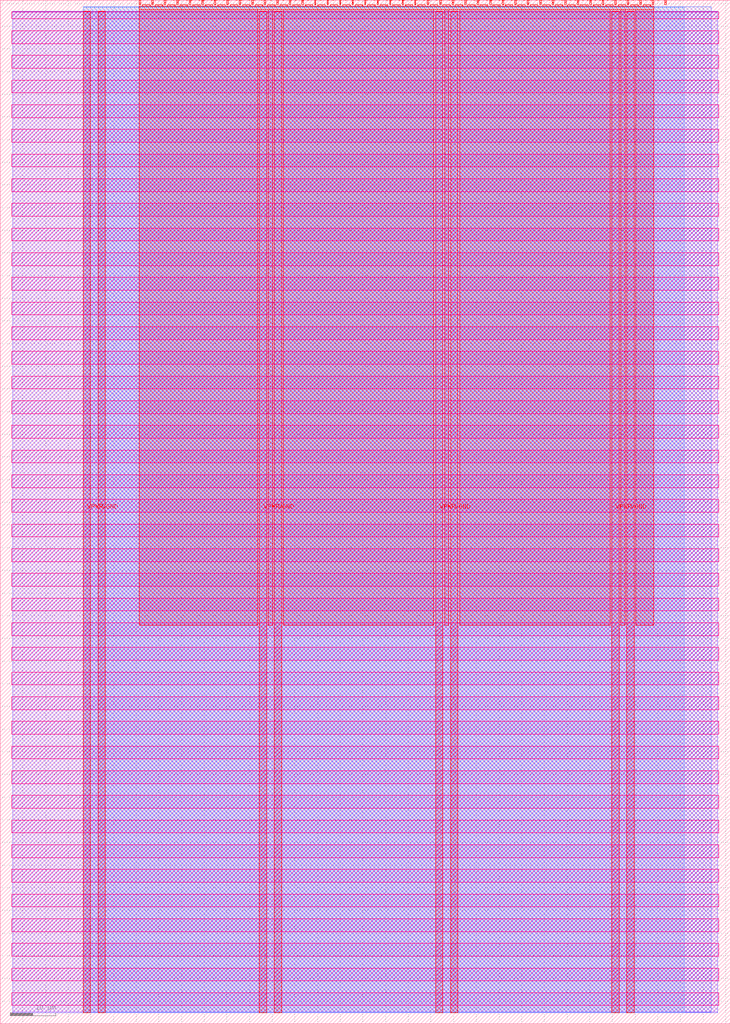
<source format=lef>
VERSION 5.7 ;
  NOWIREEXTENSIONATPIN ON ;
  DIVIDERCHAR "/" ;
  BUSBITCHARS "[]" ;
MACRO tt_um_frequency_counter
  CLASS BLOCK ;
  FOREIGN tt_um_frequency_counter ;
  ORIGIN 0.000 0.000 ;
  SIZE 161.000 BY 225.760 ;
  PIN VGND
    DIRECTION INOUT ;
    USE GROUND ;
    PORT
      LAYER met4 ;
        RECT 21.580 2.480 23.180 223.280 ;
    END
    PORT
      LAYER met4 ;
        RECT 60.450 2.480 62.050 223.280 ;
    END
    PORT
      LAYER met4 ;
        RECT 99.320 2.480 100.920 223.280 ;
    END
    PORT
      LAYER met4 ;
        RECT 138.190 2.480 139.790 223.280 ;
    END
  END VGND
  PIN VPWR
    DIRECTION INOUT ;
    USE POWER ;
    PORT
      LAYER met4 ;
        RECT 18.280 2.480 19.880 223.280 ;
    END
    PORT
      LAYER met4 ;
        RECT 57.150 2.480 58.750 223.280 ;
    END
    PORT
      LAYER met4 ;
        RECT 96.020 2.480 97.620 223.280 ;
    END
    PORT
      LAYER met4 ;
        RECT 134.890 2.480 136.490 223.280 ;
    END
  END VPWR
  PIN clk
    DIRECTION INPUT ;
    USE SIGNAL ;
    ANTENNAGATEAREA 0.852000 ;
    PORT
      LAYER met4 ;
        RECT 143.830 224.760 144.130 225.760 ;
    END
  END clk
  PIN ena
    DIRECTION INPUT ;
    USE SIGNAL ;
    PORT
      LAYER met4 ;
        RECT 146.590 224.760 146.890 225.760 ;
    END
  END ena
  PIN rst_n
    DIRECTION INPUT ;
    USE SIGNAL ;
    ANTENNAGATEAREA 0.213000 ;
    PORT
      LAYER met4 ;
        RECT 141.070 224.760 141.370 225.760 ;
    END
  END rst_n
  PIN ui_in[0]
    DIRECTION INPUT ;
    USE SIGNAL ;
    ANTENNAGATEAREA 0.196500 ;
    PORT
      LAYER met4 ;
        RECT 138.310 224.760 138.610 225.760 ;
    END
  END ui_in[0]
  PIN ui_in[1]
    DIRECTION INPUT ;
    USE SIGNAL ;
    PORT
      LAYER met4 ;
        RECT 135.550 224.760 135.850 225.760 ;
    END
  END ui_in[1]
  PIN ui_in[2]
    DIRECTION INPUT ;
    USE SIGNAL ;
    PORT
      LAYER met4 ;
        RECT 132.790 224.760 133.090 225.760 ;
    END
  END ui_in[2]
  PIN ui_in[3]
    DIRECTION INPUT ;
    USE SIGNAL ;
    PORT
      LAYER met4 ;
        RECT 130.030 224.760 130.330 225.760 ;
    END
  END ui_in[3]
  PIN ui_in[4]
    DIRECTION INPUT ;
    USE SIGNAL ;
    PORT
      LAYER met4 ;
        RECT 127.270 224.760 127.570 225.760 ;
    END
  END ui_in[4]
  PIN ui_in[5]
    DIRECTION INPUT ;
    USE SIGNAL ;
    PORT
      LAYER met4 ;
        RECT 124.510 224.760 124.810 225.760 ;
    END
  END ui_in[5]
  PIN ui_in[6]
    DIRECTION INPUT ;
    USE SIGNAL ;
    PORT
      LAYER met4 ;
        RECT 121.750 224.760 122.050 225.760 ;
    END
  END ui_in[6]
  PIN ui_in[7]
    DIRECTION INPUT ;
    USE SIGNAL ;
    ANTENNAGATEAREA 0.213000 ;
    PORT
      LAYER met4 ;
        RECT 118.990 224.760 119.290 225.760 ;
    END
  END ui_in[7]
  PIN uio_in[0]
    DIRECTION INPUT ;
    USE SIGNAL ;
    PORT
      LAYER met4 ;
        RECT 116.230 224.760 116.530 225.760 ;
    END
  END uio_in[0]
  PIN uio_in[1]
    DIRECTION INPUT ;
    USE SIGNAL ;
    PORT
      LAYER met4 ;
        RECT 113.470 224.760 113.770 225.760 ;
    END
  END uio_in[1]
  PIN uio_in[2]
    DIRECTION INPUT ;
    USE SIGNAL ;
    PORT
      LAYER met4 ;
        RECT 110.710 224.760 111.010 225.760 ;
    END
  END uio_in[2]
  PIN uio_in[3]
    DIRECTION INPUT ;
    USE SIGNAL ;
    PORT
      LAYER met4 ;
        RECT 107.950 224.760 108.250 225.760 ;
    END
  END uio_in[3]
  PIN uio_in[4]
    DIRECTION INPUT ;
    USE SIGNAL ;
    PORT
      LAYER met4 ;
        RECT 105.190 224.760 105.490 225.760 ;
    END
  END uio_in[4]
  PIN uio_in[5]
    DIRECTION INPUT ;
    USE SIGNAL ;
    PORT
      LAYER met4 ;
        RECT 102.430 224.760 102.730 225.760 ;
    END
  END uio_in[5]
  PIN uio_in[6]
    DIRECTION INPUT ;
    USE SIGNAL ;
    PORT
      LAYER met4 ;
        RECT 99.670 224.760 99.970 225.760 ;
    END
  END uio_in[6]
  PIN uio_in[7]
    DIRECTION INPUT ;
    USE SIGNAL ;
    PORT
      LAYER met4 ;
        RECT 96.910 224.760 97.210 225.760 ;
    END
  END uio_in[7]
  PIN uio_oe[0]
    DIRECTION OUTPUT ;
    USE SIGNAL ;
    ANTENNADIFFAREA 0.445500 ;
    PORT
      LAYER met4 ;
        RECT 49.990 224.760 50.290 225.760 ;
    END
  END uio_oe[0]
  PIN uio_oe[1]
    DIRECTION OUTPUT ;
    USE SIGNAL ;
    ANTENNADIFFAREA 0.445500 ;
    PORT
      LAYER met4 ;
        RECT 47.230 224.760 47.530 225.760 ;
    END
  END uio_oe[1]
  PIN uio_oe[2]
    DIRECTION OUTPUT ;
    USE SIGNAL ;
    ANTENNADIFFAREA 0.445500 ;
    PORT
      LAYER met4 ;
        RECT 44.470 224.760 44.770 225.760 ;
    END
  END uio_oe[2]
  PIN uio_oe[3]
    DIRECTION OUTPUT ;
    USE SIGNAL ;
    ANTENNADIFFAREA 0.445500 ;
    PORT
      LAYER met4 ;
        RECT 41.710 224.760 42.010 225.760 ;
    END
  END uio_oe[3]
  PIN uio_oe[4]
    DIRECTION OUTPUT ;
    USE SIGNAL ;
    ANTENNADIFFAREA 0.445500 ;
    PORT
      LAYER met4 ;
        RECT 38.950 224.760 39.250 225.760 ;
    END
  END uio_oe[4]
  PIN uio_oe[5]
    DIRECTION OUTPUT ;
    USE SIGNAL ;
    ANTENNADIFFAREA 0.445500 ;
    PORT
      LAYER met4 ;
        RECT 36.190 224.760 36.490 225.760 ;
    END
  END uio_oe[5]
  PIN uio_oe[6]
    DIRECTION OUTPUT ;
    USE SIGNAL ;
    ANTENNADIFFAREA 0.445500 ;
    PORT
      LAYER met4 ;
        RECT 33.430 224.760 33.730 225.760 ;
    END
  END uio_oe[6]
  PIN uio_oe[7]
    DIRECTION OUTPUT ;
    USE SIGNAL ;
    ANTENNADIFFAREA 0.445500 ;
    PORT
      LAYER met4 ;
        RECT 30.670 224.760 30.970 225.760 ;
    END
  END uio_oe[7]
  PIN uio_out[0]
    DIRECTION OUTPUT ;
    USE SIGNAL ;
    ANTENNADIFFAREA 0.445500 ;
    PORT
      LAYER met4 ;
        RECT 72.070 224.760 72.370 225.760 ;
    END
  END uio_out[0]
  PIN uio_out[1]
    DIRECTION OUTPUT ;
    USE SIGNAL ;
    ANTENNADIFFAREA 0.445500 ;
    PORT
      LAYER met4 ;
        RECT 69.310 224.760 69.610 225.760 ;
    END
  END uio_out[1]
  PIN uio_out[2]
    DIRECTION OUTPUT ;
    USE SIGNAL ;
    ANTENNADIFFAREA 0.445500 ;
    PORT
      LAYER met4 ;
        RECT 66.550 224.760 66.850 225.760 ;
    END
  END uio_out[2]
  PIN uio_out[3]
    DIRECTION OUTPUT ;
    USE SIGNAL ;
    ANTENNADIFFAREA 0.445500 ;
    PORT
      LAYER met4 ;
        RECT 63.790 224.760 64.090 225.760 ;
    END
  END uio_out[3]
  PIN uio_out[4]
    DIRECTION OUTPUT ;
    USE SIGNAL ;
    ANTENNADIFFAREA 0.445500 ;
    PORT
      LAYER met4 ;
        RECT 61.030 224.760 61.330 225.760 ;
    END
  END uio_out[4]
  PIN uio_out[5]
    DIRECTION OUTPUT ;
    USE SIGNAL ;
    ANTENNADIFFAREA 0.445500 ;
    PORT
      LAYER met4 ;
        RECT 58.270 224.760 58.570 225.760 ;
    END
  END uio_out[5]
  PIN uio_out[6]
    DIRECTION OUTPUT ;
    USE SIGNAL ;
    ANTENNADIFFAREA 0.445500 ;
    PORT
      LAYER met4 ;
        RECT 55.510 224.760 55.810 225.760 ;
    END
  END uio_out[6]
  PIN uio_out[7]
    DIRECTION OUTPUT ;
    USE SIGNAL ;
    ANTENNADIFFAREA 0.445500 ;
    PORT
      LAYER met4 ;
        RECT 52.750 224.760 53.050 225.760 ;
    END
  END uio_out[7]
  PIN uo_out[0]
    DIRECTION OUTPUT ;
    USE SIGNAL ;
    ANTENNADIFFAREA 0.445500 ;
    PORT
      LAYER met4 ;
        RECT 94.150 224.760 94.450 225.760 ;
    END
  END uo_out[0]
  PIN uo_out[1]
    DIRECTION OUTPUT ;
    USE SIGNAL ;
    ANTENNADIFFAREA 0.795200 ;
    PORT
      LAYER met4 ;
        RECT 91.390 224.760 91.690 225.760 ;
    END
  END uo_out[1]
  PIN uo_out[2]
    DIRECTION OUTPUT ;
    USE SIGNAL ;
    ANTENNADIFFAREA 0.445500 ;
    PORT
      LAYER met4 ;
        RECT 88.630 224.760 88.930 225.760 ;
    END
  END uo_out[2]
  PIN uo_out[3]
    DIRECTION OUTPUT ;
    USE SIGNAL ;
    ANTENNADIFFAREA 0.445500 ;
    PORT
      LAYER met4 ;
        RECT 85.870 224.760 86.170 225.760 ;
    END
  END uo_out[3]
  PIN uo_out[4]
    DIRECTION OUTPUT ;
    USE SIGNAL ;
    ANTENNADIFFAREA 0.445500 ;
    PORT
      LAYER met4 ;
        RECT 83.110 224.760 83.410 225.760 ;
    END
  END uo_out[4]
  PIN uo_out[5]
    DIRECTION OUTPUT ;
    USE SIGNAL ;
    ANTENNADIFFAREA 0.445500 ;
    PORT
      LAYER met4 ;
        RECT 80.350 224.760 80.650 225.760 ;
    END
  END uo_out[5]
  PIN uo_out[6]
    DIRECTION OUTPUT ;
    USE SIGNAL ;
    ANTENNADIFFAREA 0.445500 ;
    PORT
      LAYER met4 ;
        RECT 77.590 224.760 77.890 225.760 ;
    END
  END uo_out[6]
  PIN uo_out[7]
    DIRECTION OUTPUT ;
    USE SIGNAL ;
    ANTENNADIFFAREA 0.795200 ;
    PORT
      LAYER met4 ;
        RECT 74.830 224.760 75.130 225.760 ;
    END
  END uo_out[7]
  OBS
      LAYER nwell ;
        RECT 2.570 221.625 158.430 223.230 ;
        RECT 2.570 216.185 158.430 219.015 ;
        RECT 2.570 210.745 158.430 213.575 ;
        RECT 2.570 205.305 158.430 208.135 ;
        RECT 2.570 199.865 158.430 202.695 ;
        RECT 2.570 194.425 158.430 197.255 ;
        RECT 2.570 188.985 158.430 191.815 ;
        RECT 2.570 183.545 158.430 186.375 ;
        RECT 2.570 178.105 158.430 180.935 ;
        RECT 2.570 172.665 158.430 175.495 ;
        RECT 2.570 167.225 158.430 170.055 ;
        RECT 2.570 161.785 158.430 164.615 ;
        RECT 2.570 156.345 158.430 159.175 ;
        RECT 2.570 150.905 158.430 153.735 ;
        RECT 2.570 145.465 158.430 148.295 ;
        RECT 2.570 140.025 158.430 142.855 ;
        RECT 2.570 134.585 158.430 137.415 ;
        RECT 2.570 129.145 158.430 131.975 ;
        RECT 2.570 123.705 158.430 126.535 ;
        RECT 2.570 118.265 158.430 121.095 ;
        RECT 2.570 112.825 158.430 115.655 ;
        RECT 2.570 107.385 158.430 110.215 ;
        RECT 2.570 101.945 158.430 104.775 ;
        RECT 2.570 96.505 158.430 99.335 ;
        RECT 2.570 91.065 158.430 93.895 ;
        RECT 2.570 85.625 158.430 88.455 ;
        RECT 2.570 80.185 158.430 83.015 ;
        RECT 2.570 74.745 158.430 77.575 ;
        RECT 2.570 69.305 158.430 72.135 ;
        RECT 2.570 63.865 158.430 66.695 ;
        RECT 2.570 58.425 158.430 61.255 ;
        RECT 2.570 52.985 158.430 55.815 ;
        RECT 2.570 47.545 158.430 50.375 ;
        RECT 2.570 42.105 158.430 44.935 ;
        RECT 2.570 36.665 158.430 39.495 ;
        RECT 2.570 31.225 158.430 34.055 ;
        RECT 2.570 25.785 158.430 28.615 ;
        RECT 2.570 20.345 158.430 23.175 ;
        RECT 2.570 14.905 158.430 17.735 ;
        RECT 2.570 9.465 158.430 12.295 ;
        RECT 2.570 4.025 158.430 6.855 ;
      LAYER li1 ;
        RECT 2.760 2.635 158.240 223.125 ;
      LAYER met1 ;
        RECT 2.760 2.480 158.240 223.280 ;
      LAYER met2 ;
        RECT 18.310 2.535 156.760 224.245 ;
      LAYER met3 ;
        RECT 18.290 2.555 150.815 224.225 ;
      LAYER met4 ;
        RECT 31.370 224.360 33.030 224.760 ;
        RECT 34.130 224.360 35.790 224.760 ;
        RECT 36.890 224.360 38.550 224.760 ;
        RECT 39.650 224.360 41.310 224.760 ;
        RECT 42.410 224.360 44.070 224.760 ;
        RECT 45.170 224.360 46.830 224.760 ;
        RECT 47.930 224.360 49.590 224.760 ;
        RECT 50.690 224.360 52.350 224.760 ;
        RECT 53.450 224.360 55.110 224.760 ;
        RECT 56.210 224.360 57.870 224.760 ;
        RECT 58.970 224.360 60.630 224.760 ;
        RECT 61.730 224.360 63.390 224.760 ;
        RECT 64.490 224.360 66.150 224.760 ;
        RECT 67.250 224.360 68.910 224.760 ;
        RECT 70.010 224.360 71.670 224.760 ;
        RECT 72.770 224.360 74.430 224.760 ;
        RECT 75.530 224.360 77.190 224.760 ;
        RECT 78.290 224.360 79.950 224.760 ;
        RECT 81.050 224.360 82.710 224.760 ;
        RECT 83.810 224.360 85.470 224.760 ;
        RECT 86.570 224.360 88.230 224.760 ;
        RECT 89.330 224.360 90.990 224.760 ;
        RECT 92.090 224.360 93.750 224.760 ;
        RECT 94.850 224.360 96.510 224.760 ;
        RECT 97.610 224.360 99.270 224.760 ;
        RECT 100.370 224.360 102.030 224.760 ;
        RECT 103.130 224.360 104.790 224.760 ;
        RECT 105.890 224.360 107.550 224.760 ;
        RECT 108.650 224.360 110.310 224.760 ;
        RECT 111.410 224.360 113.070 224.760 ;
        RECT 114.170 224.360 115.830 224.760 ;
        RECT 116.930 224.360 118.590 224.760 ;
        RECT 119.690 224.360 121.350 224.760 ;
        RECT 122.450 224.360 124.110 224.760 ;
        RECT 125.210 224.360 126.870 224.760 ;
        RECT 127.970 224.360 129.630 224.760 ;
        RECT 130.730 224.360 132.390 224.760 ;
        RECT 133.490 224.360 135.150 224.760 ;
        RECT 136.250 224.360 137.910 224.760 ;
        RECT 139.010 224.360 140.670 224.760 ;
        RECT 141.770 224.360 143.430 224.760 ;
        RECT 30.655 223.680 144.145 224.360 ;
        RECT 30.655 87.895 56.750 223.680 ;
        RECT 59.150 87.895 60.050 223.680 ;
        RECT 62.450 87.895 95.620 223.680 ;
        RECT 98.020 87.895 98.920 223.680 ;
        RECT 101.320 87.895 134.490 223.680 ;
        RECT 136.890 87.895 137.790 223.680 ;
        RECT 140.190 87.895 144.145 223.680 ;
  END
END tt_um_frequency_counter
END LIBRARY


</source>
